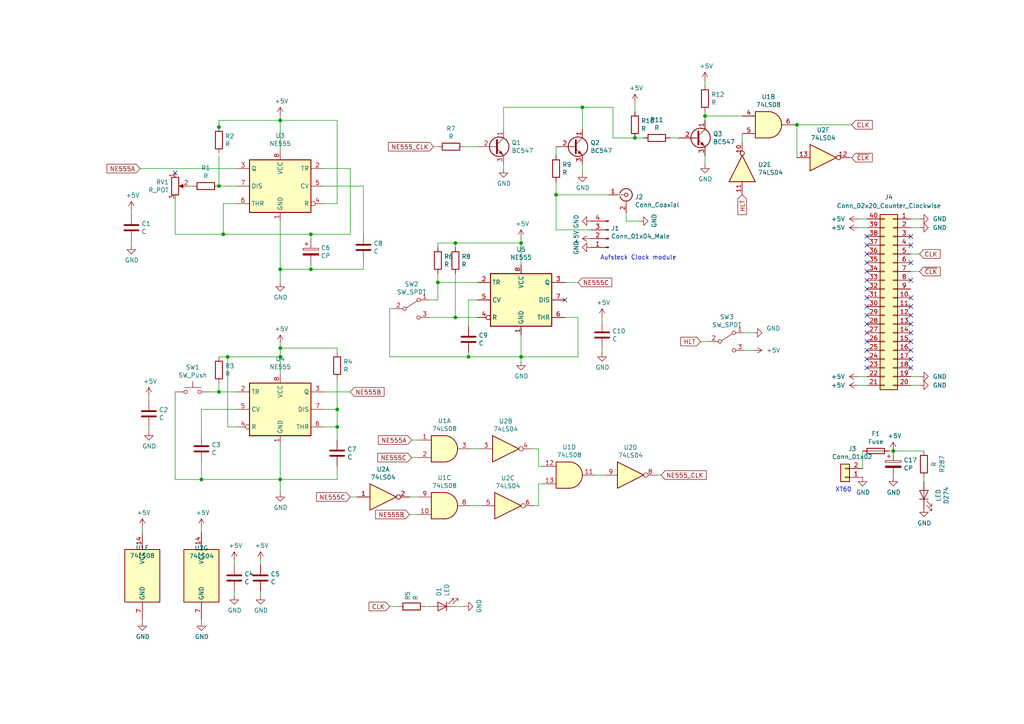
<source format=kicad_sch>
(kicad_sch (version 20200618) (host eeschema "(5.99.0-2101-geb1ff80d5)")
  (page 1 1)
  (paper "A4")
  (title_block (title "CLK_STDLN") (date "2020-11-08") (company "Leandro Ebner"))
  (lib_symbols
    (symbol "74xx:74LS04" (pin_names (offset 0.508))
      (property "Reference" "U" (at 0 1.27 0))
      (property "Value" "74LS04" (at 0 -1.27 0))
      (symbol "74LS04_1_0"
        (pin input line (at -7.62 0 0) (length 3.81) (name "~") (number "1"))
        (pin output inverted (at 7.62 0 180) (length 3.81) (name "~") (number "2"))
      )
      (symbol "74LS04_2_0"
        (pin input line (at -7.62 0 0) (length 3.81) (name "~") (number "3"))
        (pin output inverted (at 7.62 0 180) (length 3.81) (name "~") (number "4"))
      )
      (symbol "74LS04_3_0"
        (pin input line (at -7.62 0 0) (length 3.81) (name "~") (number "5"))
        (pin output inverted (at 7.62 0 180) (length 3.81) (name "~") (number "6"))
      )
      (symbol "74LS04_4_0"
        (pin output inverted (at 7.62 0 180) (length 3.81) (name "~") (number "8"))
        (pin input line (at -7.62 0 0) (length 3.81) (name "~") (number "9"))
      )
      (symbol "74LS04_5_0"
        (pin output inverted (at 7.62 0 180) (length 3.81) (name "~") (number "10"))
        (pin input line (at -7.62 0 0) (length 3.81) (name "~") (number "11"))
      )
      (symbol "74LS04_6_0"
        (pin output inverted (at 7.62 0 180) (length 3.81) (name "~") (number "12"))
        (pin input line (at -7.62 0 0) (length 3.81) (name "~") (number "13"))
      )
      (symbol "74LS04_7_0"
        (pin power_in line (at 0 12.7 270) (length 5.08) (name "VCC") (number "14"))
        (pin power_in line (at 0 -12.7 90) (length 5.08) (name "GND") (number "7"))
      )
    )
    (symbol "74xx:74LS08"
      (property "Reference" "U" (at 0 1.27 0))
      (property "Value" "74LS08" (at 0 -1.27 0))
      (symbol "74LS08_1_1"
        (pin input line (at -7.62 2.54 0) (length 3.81) (name "~") (number "1"))
        (pin input line (at -7.62 -2.54 0) (length 3.81) (name "~") (number "2"))
        (pin output line (at 7.62 0 180) (length 3.81) (name "~") (number "3"))
      )
      (symbol "74LS08_2_1"
        (pin input line (at -7.62 2.54 0) (length 3.81) (name "~") (number "4"))
        (pin input line (at -7.62 -2.54 0) (length 3.81) (name "~") (number "5"))
        (pin output line (at 7.62 0 180) (length 3.81) (name "~") (number "6"))
      )
      (symbol "74LS08_3_1"
        (pin input line (at -7.62 -2.54 0) (length 3.81) (name "~") (number "10"))
        (pin output line (at 7.62 0 180) (length 3.81) (name "~") (number "8"))
        (pin input line (at -7.62 2.54 0) (length 3.81) (name "~") (number "9"))
      )
      (symbol "74LS08_4_1"
        (pin output line (at 7.62 0 180) (length 3.81) (name "~") (number "11"))
        (pin input line (at -7.62 2.54 0) (length 3.81) (name "~") (number "12"))
        (pin input line (at -7.62 -2.54 0) (length 3.81) (name "~") (number "13"))
      )
      (symbol "74LS08_1_2"
        (pin input inverted (at -7.62 2.54 0) (length 4.318) (name "~") (number "1"))
        (pin input inverted (at -7.62 -2.54 0) (length 4.318) (name "~") (number "2"))
        (pin output inverted (at 7.62 0 180) (length 3.81) (name "~") (number "3"))
      )
      (symbol "74LS08_2_2"
        (pin input inverted (at -7.62 2.54 0) (length 4.318) (name "~") (number "4"))
        (pin input inverted (at -7.62 -2.54 0) (length 4.318) (name "~") (number "5"))
        (pin output inverted (at 7.62 0 180) (length 3.81) (name "~") (number "6"))
      )
      (symbol "74LS08_3_2"
        (pin input inverted (at -7.62 -2.54 0) (length 4.318) (name "~") (number "10"))
        (pin output inverted (at 7.62 0 180) (length 3.81) (name "~") (number "8"))
        (pin input inverted (at -7.62 2.54 0) (length 4.318) (name "~") (number "9"))
      )
      (symbol "74LS08_4_2"
        (pin output inverted (at 7.62 0 180) (length 3.81) (name "~") (number "11"))
        (pin input inverted (at -7.62 2.54 0) (length 4.318) (name "~") (number "12"))
        (pin input inverted (at -7.62 -2.54 0) (length 4.318) (name "~") (number "13"))
      )
      (symbol "74LS08_5_0"
        (pin power_in line (at 0 12.7 270) (length 5.08) (name "VCC") (number "14"))
        (pin power_in line (at 0 -12.7 90) (length 5.08) (name "GND") (number "7"))
      )
    )
    (symbol "Connector:Conn_01x04_Male" (pin_names hide)
      (property "Reference" "J" (at 0 5.08 0))
      (property "Value" "Conn_01x04_Male" (at 0 -7.62 0))
      (symbol "Conn_01x04_Male_1_1"
        (pin passive line (at 5.08 2.54 180) (length 3.81) (name "Pin_1") (number "1"))
        (pin passive line (at 5.08 0 180) (length 3.81) (name "Pin_2") (number "2"))
        (pin passive line (at 5.08 -2.54 180) (length 3.81) (name "Pin_3") (number "3"))
        (pin passive line (at 5.08 -5.08 180) (length 3.81) (name "Pin_4") (number "4"))
      )
    )
    (symbol "Connector:Conn_Coaxial" (pin_names hide)
      (property "Reference" "J" (at 0.254 3.048 0))
      (property "Value" "Conn_Coaxial" (at 2.921 0 90))
      (symbol "Conn_Coaxial_1_1"
        (pin passive line (at -5.08 0 0) (length 2.54) (name "In") (number "1"))
        (pin passive line (at 0 -5.08 90) (length 2.54) (name "Ext") (number "2"))
      )
    )
    (symbol "Connector_Generic:Conn_01x02" (pin_names hide)
      (property "Reference" "J" (at 0 2.54 0))
      (property "Value" "Conn_01x02" (at 0 -5.08 0))
      (symbol "Conn_01x02_1_1"
        (pin passive line (at -5.08 0 0) (length 3.81) (name "Pin_1") (number "1"))
        (pin passive line (at -5.08 -2.54 0) (length 3.81) (name "Pin_2") (number "2"))
      )
    )
    (symbol "Connector_Generic:Conn_02x20_Counter_Clockwise" (pin_names hide)
      (property "Reference" "J" (at 1.27 25.4 0))
      (property "Value" "Conn_02x20_Counter_Clockwise" (at 1.27 -27.94 0))
      (symbol "Conn_02x20_Counter_Clockwise_1_1"
        (pin passive line (at -5.08 22.86 0) (length 3.81) (name "Pin_1") (number "1"))
        (pin passive line (at -5.08 0 0) (length 3.81) (name "Pin_10") (number "10"))
        (pin passive line (at -5.08 -2.54 0) (length 3.81) (name "Pin_11") (number "11"))
        (pin passive line (at -5.08 -5.08 0) (length 3.81) (name "Pin_12") (number "12"))
        (pin passive line (at -5.08 -7.62 0) (length 3.81) (name "Pin_13") (number "13"))
        (pin passive line (at -5.08 -10.16 0) (length 3.81) (name "Pin_14") (number "14"))
        (pin passive line (at -5.08 -12.7 0) (length 3.81) (name "Pin_15") (number "15"))
        (pin passive line (at -5.08 -15.24 0) (length 3.81) (name "Pin_16") (number "16"))
        (pin passive line (at -5.08 -17.78 0) (length 3.81) (name "Pin_17") (number "17"))
        (pin passive line (at -5.08 -20.32 0) (length 3.81) (name "Pin_18") (number "18"))
        (pin passive line (at -5.08 -22.86 0) (length 3.81) (name "Pin_19") (number "19"))
        (pin passive line (at -5.08 20.32 0) (length 3.81) (name "Pin_2") (number "2"))
        (pin passive line (at -5.08 -25.4 0) (length 3.81) (name "Pin_20") (number "20"))
        (pin passive line (at 7.62 -25.4 180) (length 3.81) (name "Pin_21") (number "21"))
        (pin passive line (at 7.62 -22.86 180) (length 3.81) (name "Pin_22") (number "22"))
        (pin passive line (at 7.62 -20.32 180) (length 3.81) (name "Pin_23") (number "23"))
        (pin passive line (at 7.62 -17.78 180) (length 3.81) (name "Pin_24") (number "24"))
        (pin passive line (at 7.62 -15.24 180) (length 3.81) (name "Pin_25") (number "25"))
        (pin passive line (at 7.62 -12.7 180) (length 3.81) (name "Pin_26") (number "26"))
        (pin passive line (at 7.62 -10.16 180) (length 3.81) (name "Pin_27") (number "27"))
        (pin passive line (at 7.62 -7.62 180) (length 3.81) (name "Pin_28") (number "28"))
        (pin passive line (at 7.62 -5.08 180) (length 3.81) (name "Pin_29") (number "29"))
        (pin passive line (at -5.08 17.78 0) (length 3.81) (name "Pin_3") (number "3"))
        (pin passive line (at 7.62 -2.54 180) (length 3.81) (name "Pin_30") (number "30"))
        (pin passive line (at 7.62 0 180) (length 3.81) (name "Pin_31") (number "31"))
        (pin passive line (at 7.62 2.54 180) (length 3.81) (name "Pin_32") (number "32"))
        (pin passive line (at 7.62 5.08 180) (length 3.81) (name "Pin_33") (number "33"))
        (pin passive line (at 7.62 7.62 180) (length 3.81) (name "Pin_34") (number "34"))
        (pin passive line (at 7.62 10.16 180) (length 3.81) (name "Pin_35") (number "35"))
        (pin passive line (at 7.62 12.7 180) (length 3.81) (name "Pin_36") (number "36"))
        (pin passive line (at 7.62 15.24 180) (length 3.81) (name "Pin_37") (number "37"))
        (pin passive line (at 7.62 17.78 180) (length 3.81) (name "Pin_38") (number "38"))
        (pin passive line (at 7.62 20.32 180) (length 3.81) (name "Pin_39") (number "39"))
        (pin passive line (at -5.08 15.24 0) (length 3.81) (name "Pin_4") (number "4"))
        (pin passive line (at 7.62 22.86 180) (length 3.81) (name "Pin_40") (number "40"))
        (pin passive line (at -5.08 12.7 0) (length 3.81) (name "Pin_5") (number "5"))
        (pin passive line (at -5.08 10.16 0) (length 3.81) (name "Pin_6") (number "6"))
        (pin passive line (at -5.08 7.62 0) (length 3.81) (name "Pin_7") (number "7"))
        (pin passive line (at -5.08 5.08 0) (length 3.81) (name "Pin_8") (number "8"))
        (pin passive line (at -5.08 2.54 0) (length 3.81) (name "Pin_9") (number "9"))
      )
    )
    (symbol "Device:C" (pin_numbers hide) (pin_names (offset 0.254))
      (property "Reference" "C" (at 0.635 2.54 0))
      (property "Value" "C" (at 0.635 -2.54 0))
      (symbol "C_1_1"
        (pin passive line (at 0 3.81 270) (length 2.794) (name "~") (number "1"))
        (pin passive line (at 0 -3.81 90) (length 2.794) (name "~") (number "2"))
      )
    )
    (symbol "Device:CP" (pin_numbers hide) (pin_names (offset 0.254))
      (property "Reference" "C" (at 0.635 2.54 0))
      (property "Value" "CP" (at 0.635 -2.54 0))
      (symbol "CP_1_1"
        (pin passive line (at 0 3.81 270) (length 2.794) (name "~") (number "1"))
        (pin passive line (at 0 -3.81 90) (length 2.794) (name "~") (number "2"))
      )
    )
    (symbol "Device:Fuse" (pin_numbers hide) (pin_names (offset 0))
      (property "Reference" "F" (at 2.032 0 90))
      (property "Value" "Fuse" (at -1.905 0 90))
      (symbol "Fuse_1_1"
        (pin passive line (at 0 3.81 270) (length 1.27) (name "~") (number "1"))
        (pin passive line (at 0 -3.81 90) (length 1.27) (name "~") (number "2"))
      )
    )
    (symbol "Device:LED" (pin_numbers hide) (pin_names hide)
      (property "Reference" "D" (at 0 2.54 0))
      (property "Value" "LED" (at 0 -2.54 0))
      (symbol "LED_1_1"
        (pin passive line (at -3.81 0 0) (length 2.54) (name "K") (number "1"))
        (pin passive line (at 3.81 0 180) (length 2.54) (name "A") (number "2"))
      )
    )
    (symbol "Device:R" (pin_numbers hide) (pin_names (offset 0))
      (property "Reference" "R" (at 2.032 0 90))
      (property "Value" "R" (at 0 0 90))
      (symbol "R_1_1"
        (pin passive line (at 0 3.81 270) (length 1.27) (name "~") (number "1"))
        (pin passive line (at 0 -3.81 90) (length 1.27) (name "~") (number "2"))
      )
    )
    (symbol "Device:R_POT" (pin_names hide)
      (property "Reference" "RV" (at -4.445 0 90))
      (property "Value" "R_POT" (at -2.54 0 90))
      (symbol "R_POT_1_1"
        (pin passive line (at 0 3.81 270) (length 1.27) (name "1") (number "1"))
        (pin passive line (at 3.81 0 180) (length 1.27) (name "2") (number "2"))
        (pin passive line (at 0 -3.81 90) (length 1.27) (name "3") (number "3"))
      )
    )
    (symbol "Switch:SW_Push" (pin_numbers hide) (pin_names hide)
      (property "Reference" "SW" (at 1.27 2.54 0))
      (property "Value" "SW_Push" (at 0 -1.524 0))
      (symbol "SW_Push_0_1"
        (pin passive line (at -5.08 0 0) (length 2.54) (name "1") (number "1"))
        (pin passive line (at 5.08 0 180) (length 2.54) (name "2") (number "2"))
      )
    )
    (symbol "Switch:SW_SPDT" (pin_names (offset 0) hide)
      (property "Reference" "SW" (at 0 4.318 0))
      (property "Value" "SW_SPDT" (at 0 -5.08 0))
      (symbol "SW_SPDT_1_1"
        (pin passive line (at 5.08 2.54 180) (length 2.54) (name "A") (number "1"))
        (pin passive line (at -5.08 0 0) (length 2.54) (name "B") (number "2"))
        (pin passive line (at 5.08 -2.54 180) (length 2.54) (name "C") (number "3"))
      )
    )
    (symbol "Timer:NE555" (pin_names (offset 0.508))
      (property "Reference" "U" (at -10.16 8.89 0))
      (property "Value" "NE555" (at 2.54 8.89 0))
      (symbol "NE555_0_0"
        (pin power_in line (at 0 -10.16 90) (length 2.54) (name "GND") (number "1"))
        (pin power_in line (at 0 10.16 270) (length 2.54) (name "VCC") (number "8"))
      )
      (symbol "NE555_1_1"
        (pin input line (at -12.7 5.08 0) (length 3.81) (name "TR") (number "2"))
        (pin output line (at 12.7 5.08 180) (length 3.81) (name "Q") (number "3"))
        (pin input inverted (at -12.7 -5.08 0) (length 3.81) (name "R") (number "4"))
        (pin input line (at -12.7 0 0) (length 3.81) (name "CV") (number "5"))
        (pin input line (at 12.7 -5.08 180) (length 3.81) (name "THR") (number "6"))
        (pin input line (at 12.7 0 180) (length 3.81) (name "DIS") (number "7"))
      )
    )
    (symbol "Transistor_BJT:BC547" (pin_names (offset 0) hide)
      (property "Reference" "Q" (at 5.08 1.905 0))
      (property "Value" "BC547" (at 5.08 0 0))
      (symbol "BC547_1_1"
        (pin passive line (at 2.54 5.08 270) (length 2.54) (name "C") (number "1"))
        (pin input line (at -5.08 0 0) (length 5.08) (name "B") (number "2"))
        (pin passive line (at 2.54 -5.08 90) (length 2.54) (name "E") (number "3"))
      )
    )
    (symbol "power:+5V" (power) (pin_names (offset 0))
      (property "Value" "+5V" (at 0 3.556 0))
      (symbol "+5V_1_1"
        (pin power_in line (at 0 0 90) (length 0) hide (name "+5V") (number "1"))
      )
    )
    (symbol "power:GND" (power) (pin_names (offset 0))
      (property "Value" "GND" (at 0 -3.81 0))
      (symbol "GND_1_1"
        (pin power_in line (at 0 0 270) (length 0) hide (name "GND") (number "1"))
      )
    )
  )
  (junction (at 58.42 139.065))
  (junction (at 63.5 36.83))
  (junction (at 63.5 53.975))
  (junction (at 63.5 113.665))
  (junction (at 64.77 67.945))
  (junction (at 66.04 103.505))
  (junction (at 81.28 34.925))
  (junction (at 81.28 78.105))
  (junction (at 81.28 100.965))
  (junction (at 81.28 103.505))
  (junction (at 81.28 139.065))
  (junction (at 90.17 67.945))
  (junction (at 90.17 78.105))
  (junction (at 97.79 118.745))
  (junction (at 97.79 123.825))
  (junction (at 127 81.915))
  (junction (at 132.08 70.485))
  (junction (at 132.08 92.075))
  (junction (at 135.89 103.505))
  (junction (at 151.13 70.485))
  (junction (at 151.13 103.505))
  (junction (at 161.29 56.515))
  (junction (at 168.91 31.115))
  (junction (at 184.15 40.005))
  (junction (at 204.47 33.655))
  (junction (at 231.14 36.195))
  (junction (at 259.08 130.81))
  (no_connect (at 251.46 73.66))
  (no_connect (at 251.46 104.14))
  (no_connect (at 264.16 106.68))
  (no_connect (at 251.46 96.52))
  (no_connect (at 251.46 86.36))
  (no_connect (at 50.8 50.165))
  (no_connect (at 251.46 76.2))
  (no_connect (at 264.16 76.2))
  (no_connect (at 251.46 68.58))
  (no_connect (at 264.16 101.6))
  (no_connect (at 264.16 93.98))
  (no_connect (at 264.16 86.36))
  (no_connect (at 264.16 91.44))
  (no_connect (at 251.46 71.12))
  (no_connect (at 251.46 99.06))
  (no_connect (at 264.16 81.28))
  (no_connect (at 251.46 88.9))
  (no_connect (at 264.16 104.14))
  (no_connect (at 264.16 96.52))
  (no_connect (at 264.16 71.12))
  (no_connect (at 163.83 86.995))
  (no_connect (at 264.16 68.58))
  (no_connect (at 251.46 91.44))
  (no_connect (at 251.46 93.98))
  (no_connect (at 251.46 101.6))
  (no_connect (at 251.46 83.82))
  (no_connect (at 251.46 78.74))
  (no_connect (at 264.16 88.9))
  (no_connect (at 251.46 81.28))
  (no_connect (at 251.46 106.68))
  (no_connect (at 264.16 99.06))
  (wire (pts (xy 38.1 60.96) (xy 38.1 62.23)))
  (wire (pts (xy 38.1 69.85) (xy 38.1 71.12)))
  (wire (pts (xy 40.64 48.895) (xy 68.58 48.895)))
  (wire (pts (xy 41.275 153.035) (xy 41.275 154.305)))
  (wire (pts (xy 41.275 179.705) (xy 41.275 180.34)))
  (wire (pts (xy 43.18 114.935) (xy 43.18 116.205)))
  (wire (pts (xy 43.18 123.825) (xy 43.18 125.095)))
  (wire (pts (xy 50.8 57.785) (xy 50.8 67.945)))
  (wire (pts (xy 50.8 113.665) (xy 50.8 139.065)))
  (wire (pts (xy 50.8 139.065) (xy 58.42 139.065)))
  (wire (pts (xy 54.61 53.975) (xy 55.88 53.975)))
  (wire (pts (xy 58.42 118.745) (xy 68.58 118.745)))
  (wire (pts (xy 58.42 126.365) (xy 58.42 118.745)))
  (wire (pts (xy 58.42 133.985) (xy 58.42 139.065)))
  (wire (pts (xy 58.42 139.065) (xy 81.28 139.065)))
  (wire (pts (xy 58.42 153.035) (xy 58.42 154.305)))
  (wire (pts (xy 58.42 179.705) (xy 58.42 180.34)))
  (wire (pts (xy 60.96 113.665) (xy 63.5 113.665)))
  (wire (pts (xy 63.5 34.925) (xy 81.28 34.925)))
  (wire (pts (xy 63.5 36.83) (xy 63.5 34.925)))
  (wire (pts (xy 63.5 37.465) (xy 63.5 36.83)))
  (wire (pts (xy 63.5 53.975) (xy 63.5 45.085)))
  (wire (pts (xy 63.5 53.975) (xy 68.58 53.975)))
  (wire (pts (xy 63.5 111.125) (xy 63.5 113.665)))
  (wire (pts (xy 63.5 113.665) (xy 68.58 113.665)))
  (wire (pts (xy 64.77 59.055) (xy 68.58 59.055)))
  (wire (pts (xy 64.77 67.945) (xy 50.8 67.945)))
  (wire (pts (xy 64.77 67.945) (xy 64.77 59.055)))
  (wire (pts (xy 66.04 103.505) (xy 63.5 103.505)))
  (wire (pts (xy 66.04 103.505) (xy 81.28 103.505)))
  (wire (pts (xy 66.04 123.825) (xy 66.04 103.505)))
  (wire (pts (xy 67.945 162.56) (xy 67.945 163.83)))
  (wire (pts (xy 67.945 171.45) (xy 67.945 172.72)))
  (wire (pts (xy 68.58 123.825) (xy 66.04 123.825)))
  (wire (pts (xy 75.565 162.56) (xy 75.565 163.83)))
  (wire (pts (xy 75.565 171.45) (xy 75.565 172.72)))
  (wire (pts (xy 81.28 33.655) (xy 81.28 34.925)))
  (wire (pts (xy 81.28 34.925) (xy 81.28 43.815)))
  (wire (pts (xy 81.28 34.925) (xy 97.79 34.925)))
  (wire (pts (xy 81.28 64.135) (xy 81.28 78.105)))
  (wire (pts (xy 81.28 78.105) (xy 81.28 81.915)))
  (wire (pts (xy 81.28 99.695) (xy 81.28 100.965)))
  (wire (pts (xy 81.28 100.965) (xy 81.28 103.505)))
  (wire (pts (xy 81.28 100.965) (xy 97.79 100.965)))
  (wire (pts (xy 81.28 103.505) (xy 81.28 108.585)))
  (wire (pts (xy 81.28 128.905) (xy 81.28 139.065)))
  (wire (pts (xy 81.28 139.065) (xy 81.28 142.875)))
  (wire (pts (xy 81.28 139.065) (xy 97.79 139.065)))
  (wire (pts (xy 90.17 67.945) (xy 64.77 67.945)))
  (wire (pts (xy 90.17 67.945) (xy 90.17 69.215)))
  (wire (pts (xy 90.17 76.835) (xy 90.17 78.105)))
  (wire (pts (xy 90.17 78.105) (xy 81.28 78.105)))
  (wire (pts (xy 93.98 48.895) (xy 101.6 48.895)))
  (wire (pts (xy 93.98 53.975) (xy 105.41 53.975)))
  (wire (pts (xy 93.98 113.665) (xy 101.6 113.665)))
  (wire (pts (xy 93.98 123.825) (xy 97.79 123.825)))
  (wire (pts (xy 97.79 34.925) (xy 97.79 59.055)))
  (wire (pts (xy 97.79 59.055) (xy 93.98 59.055)))
  (wire (pts (xy 97.79 100.965) (xy 97.79 102.235)))
  (wire (pts (xy 97.79 109.855) (xy 97.79 118.745)))
  (wire (pts (xy 97.79 118.745) (xy 93.98 118.745)))
  (wire (pts (xy 97.79 123.825) (xy 97.79 118.745)))
  (wire (pts (xy 97.79 123.825) (xy 97.79 127.635)))
  (wire (pts (xy 97.79 135.255) (xy 97.79 139.065)))
  (wire (pts (xy 101.6 48.895) (xy 101.6 67.945)))
  (wire (pts (xy 101.6 67.945) (xy 90.17 67.945)))
  (wire (pts (xy 101.6 144.145) (xy 103.505 144.145)))
  (wire (pts (xy 105.41 53.975) (xy 105.41 67.945)))
  (wire (pts (xy 105.41 75.565) (xy 105.41 78.105)))
  (wire (pts (xy 105.41 78.105) (xy 90.17 78.105)))
  (wire (pts (xy 113.03 89.535) (xy 113.03 103.505)))
  (wire (pts (xy 113.03 103.505) (xy 135.89 103.505)))
  (wire (pts (xy 113.03 175.895) (xy 115.57 175.895)))
  (wire (pts (xy 114.3 89.535) (xy 113.03 89.535)))
  (wire (pts (xy 118.745 144.145) (xy 121.285 144.145)))
  (wire (pts (xy 118.745 149.225) (xy 121.285 149.225)))
  (wire (pts (xy 119.38 127.635) (xy 121.285 127.635)))
  (wire (pts (xy 119.38 132.715) (xy 121.285 132.715)))
  (wire (pts (xy 123.19 175.895) (xy 124.46 175.895)))
  (wire (pts (xy 124.46 86.995) (xy 127 86.995)))
  (wire (pts (xy 124.46 92.075) (xy 132.08 92.075)))
  (wire (pts (xy 125.73 42.545) (xy 127 42.545)))
  (wire (pts (xy 127 70.485) (xy 132.08 70.485)))
  (wire (pts (xy 127 71.755) (xy 127 70.485)))
  (wire (pts (xy 127 79.375) (xy 127 81.915)))
  (wire (pts (xy 127 81.915) (xy 127 86.995)))
  (wire (pts (xy 127 81.915) (xy 138.43 81.915)))
  (wire (pts (xy 132.08 70.485) (xy 132.08 71.755)))
  (wire (pts (xy 132.08 70.485) (xy 151.13 70.485)))
  (wire (pts (xy 132.08 79.375) (xy 132.08 92.075)))
  (wire (pts (xy 132.08 92.075) (xy 138.43 92.075)))
  (wire (pts (xy 132.08 175.895) (xy 134.62 175.895)))
  (wire (pts (xy 134.62 42.545) (xy 138.43 42.545)))
  (wire (pts (xy 135.89 86.995) (xy 135.89 94.615)))
  (wire (pts (xy 135.89 102.235) (xy 135.89 103.505)))
  (wire (pts (xy 135.89 103.505) (xy 151.13 103.505)))
  (wire (pts (xy 136.525 130.175) (xy 139.065 130.175)))
  (wire (pts (xy 136.525 146.685) (xy 139.7 146.685)))
  (wire (pts (xy 138.43 86.995) (xy 135.89 86.995)))
  (wire (pts (xy 146.05 31.115) (xy 168.91 31.115)))
  (wire (pts (xy 146.05 37.465) (xy 146.05 31.115)))
  (wire (pts (xy 146.05 47.625) (xy 146.05 48.895)))
  (wire (pts (xy 151.13 69.215) (xy 151.13 70.485)))
  (wire (pts (xy 151.13 70.485) (xy 151.13 76.835)))
  (wire (pts (xy 151.13 97.155) (xy 151.13 103.505)))
  (wire (pts (xy 151.13 103.505) (xy 151.13 104.775)))
  (wire (pts (xy 154.305 130.175) (xy 156.21 130.175)))
  (wire (pts (xy 154.94 146.685) (xy 156.21 146.685)))
  (wire (pts (xy 156.21 130.175) (xy 156.21 135.255)))
  (wire (pts (xy 156.21 135.255) (xy 157.48 135.255)))
  (wire (pts (xy 156.21 140.335) (xy 157.48 140.335)))
  (wire (pts (xy 156.21 146.685) (xy 156.21 140.335)))
  (wire (pts (xy 161.29 42.545) (xy 161.29 45.085)))
  (wire (pts (xy 161.29 52.705) (xy 161.29 56.515)))
  (wire (pts (xy 161.29 56.515) (xy 161.29 66.675)))
  (wire (pts (xy 161.29 56.515) (xy 176.53 56.515)))
  (wire (pts (xy 161.29 66.675) (xy 171.45 66.675)))
  (wire (pts (xy 163.83 81.915) (xy 167.64 81.915)))
  (wire (pts (xy 163.83 92.075) (xy 167.64 92.075)))
  (wire (pts (xy 167.64 92.075) (xy 167.64 103.505)))
  (wire (pts (xy 167.64 103.505) (xy 151.13 103.505)))
  (wire (pts (xy 168.91 31.115) (xy 168.91 37.465)))
  (wire (pts (xy 168.91 31.115) (xy 177.8 31.115)))
  (wire (pts (xy 168.91 47.625) (xy 168.91 50.165)))
  (wire (pts (xy 172.72 137.795) (xy 175.26 137.795)))
  (wire (pts (xy 174.625 92.075) (xy 174.625 93.345)))
  (wire (pts (xy 174.625 100.965) (xy 174.625 102.235)))
  (wire (pts (xy 177.8 31.115) (xy 177.8 40.005)))
  (wire (pts (xy 177.8 40.005) (xy 184.15 40.005)))
  (wire (pts (xy 181.61 61.595) (xy 181.61 64.135)))
  (wire (pts (xy 181.61 64.135) (xy 185.42 64.135)))
  (wire (pts (xy 184.15 29.845) (xy 184.15 32.385)))
  (wire (pts (xy 184.15 40.005) (xy 186.69 40.005)))
  (wire (pts (xy 190.5 137.795) (xy 191.77 137.795)))
  (wire (pts (xy 194.31 40.005) (xy 196.85 40.005)))
  (wire (pts (xy 203.2 99.06) (xy 205.74 99.06)))
  (wire (pts (xy 204.47 23.495) (xy 204.47 24.765)))
  (wire (pts (xy 204.47 32.385) (xy 204.47 33.655)))
  (wire (pts (xy 204.47 33.655) (xy 204.47 34.925)))
  (wire (pts (xy 204.47 33.655) (xy 215.265 33.655)))
  (wire (pts (xy 204.47 45.085) (xy 204.47 47.625)))
  (wire (pts (xy 215.265 38.735) (xy 215.265 41.275)))
  (wire (pts (xy 215.9 96.52) (xy 218.44 96.52)))
  (wire (pts (xy 215.9 101.6) (xy 218.44 101.6)))
  (wire (pts (xy 231.14 36.195) (xy 230.505 36.195)))
  (wire (pts (xy 231.14 36.195) (xy 247.015 36.195)))
  (wire (pts (xy 231.14 45.72) (xy 231.14 36.195)))
  (wire (pts (xy 246.38 45.72) (xy 247.015 45.72)))
  (wire (pts (xy 250.19 130.81) (xy 250.19 135.89)))
  (wire (pts (xy 251.46 63.5) (xy 248.92 63.5)))
  (wire (pts (xy 251.46 66.04) (xy 248.92 66.04)))
  (wire (pts (xy 251.46 109.22) (xy 248.92 109.22)))
  (wire (pts (xy 251.46 111.76) (xy 248.92 111.76)))
  (wire (pts (xy 257.81 130.81) (xy 259.08 130.81)))
  (wire (pts (xy 259.08 130.81) (xy 267.97 130.81)))
  (wire (pts (xy 264.16 73.66) (xy 266.7 73.66)))
  (wire (pts (xy 264.16 78.74) (xy 266.7 78.74)))
  (wire (pts (xy 266.7 63.5) (xy 264.16 63.5)))
  (wire (pts (xy 266.7 66.04) (xy 264.16 66.04)))
  (wire (pts (xy 266.7 109.22) (xy 264.16 109.22)))
  (wire (pts (xy 266.7 111.76) (xy 264.16 111.76)))
  (wire (pts (xy 267.97 139.7) (xy 267.97 138.43)))
  (text "Aufsteck Clock module" (at 196.215 75.565 180) (effects (font (size 1.27 1.27)) (justify right bottom)))
  (text "XT60\n" (at 247.015 142.875 180) (effects (font (size 1.27 1.27)) (justify right bottom)))
  (global_label "NE555A" (shape input) (at 40.64 48.895 180))
  (global_label "NE555B" (shape input) (at 101.6 113.665 0))
  (global_label "NE555C" (shape input) (at 101.6 144.145 180))
  (global_label "CLK" (shape input) (at 113.03 175.895 180))
  (global_label "NE555B" (shape input) (at 118.745 149.225 180))
  (global_label "NE555A" (shape input) (at 119.38 127.635 180))
  (global_label "NE555C" (shape input) (at 119.38 132.715 180))
  (global_label "NE555_CLK" (shape input) (at 125.73 42.545 180))
  (global_label "NE555C" (shape input) (at 167.64 81.915 0))
  (global_label "NE555_CLK" (shape input) (at 191.77 137.795 0))
  (global_label "HLT" (shape input) (at 203.2 99.06 180))
  (global_label "HLT" (shape input) (at 215.265 56.515 270))
  (global_label "CLK" (shape input) (at 247.015 36.195 0))
  (global_label "~CLK" (shape input) (at 247.015 45.72 0))
  (global_label "CLK" (shape input) (at 266.7 73.66 0))
  (global_label "~CLK" (shape input) (at 266.7 78.74 0))
  (symbol (lib_id "power:+5V") (at 38.1 60.96 0) (unit 1)
    (property "Reference" "#PWR0103" (effects hide))
    (property "Value" "+5V" (at 38.4683 56.6356 0))
  )
  (symbol (lib_id "power:+5V") (at 41.275 153.035 0) (unit 1)
    (property "Reference" "#PWR0108" (effects hide))
    (property "Value" "+5V" (at 41.6433 148.7106 0))
  )
  (symbol (lib_id "power:+5V") (at 43.18 114.935 0) (unit 1)
    (property "Reference" "#PWR0102" (effects hide))
    (property "Value" "+5V" (at 43.5483 110.6106 0))
  )
  (symbol (lib_id "power:+5V") (at 58.42 153.035 0) (unit 1)
    (property "Reference" "#PWR0107" (effects hide))
    (property "Value" "+5V" (at 58.7883 148.7106 0))
  )
  (symbol (lib_id "power:+5V") (at 67.945 162.56 0) (unit 1)
    (property "Reference" "#PWR0111" (effects hide))
    (property "Value" "+5V" (at 68.3133 158.2356 0))
  )
  (symbol (lib_id "power:+5V") (at 75.565 162.56 0) (unit 1)
    (property "Reference" "#PWR0110" (effects hide))
    (property "Value" "+5V" (at 75.9333 158.2356 0))
  )
  (symbol (lib_id "power:+5V") (at 81.28 33.655 0) (unit 1)
    (property "Reference" "#PWR0116" (effects hide))
    (property "Value" "+5V" (at 81.6483 29.3306 0))
  )
  (symbol (lib_id "power:+5V") (at 81.28 99.695 0) (unit 1)
    (property "Reference" "#PWR0104" (effects hide))
    (property "Value" "+5V" (at 81.6483 95.3706 0))
  )
  (symbol (lib_id "power:+5V") (at 151.13 69.215 0) (unit 1)
    (property "Reference" "#PWR0137" (effects hide))
    (property "Value" "+5V" (at 151.4983 64.8906 0))
  )
  (symbol (lib_id "power:+5V") (at 171.45 69.215 90) (unit 1)
    (property "Reference" "#PWR0123" (effects hide))
    (property "Value" "+5V" (at 167.1256 68.8467 0))
  )
  (symbol (lib_id "power:+5V") (at 174.625 92.075 0) (unit 1)
    (property "Reference" "#PWR0138" (effects hide))
    (property "Value" "+5V" (at 174.9933 87.7506 0))
  )
  (symbol (lib_id "power:+5V") (at 184.15 29.845 0) (unit 1)
    (property "Reference" "#PWR0120" (effects hide))
    (property "Value" "+5V" (at 184.5183 25.5206 0))
  )
  (symbol (lib_id "power:+5V") (at 204.47 23.495 0) (unit 1)
    (property "Reference" "#PWR0121" (effects hide))
    (property "Value" "+5V" (at 204.8383 19.1706 0))
  )
  (symbol (lib_id "power:+5V") (at 218.44 101.6 270) (unit 1)
    (property "Reference" "#PWR0118" (effects hide))
    (property "Value" "+5V" (at 222.25 101.6 90) (effects (justify left)))
  )
  (symbol (lib_id "power:+5V") (at 248.92 63.5 90) (mirror x) (unit 1)
    (property "Reference" "#PWR0129" (effects hide))
    (property "Value" "+5V" (at 245.11 63.5 90) (effects (justify left)))
  )
  (symbol (lib_id "power:+5V") (at 248.92 66.04 90) (mirror x) (unit 1)
    (property "Reference" "#PWR0128" (effects hide))
    (property "Value" "+5V" (at 245.11 66.04 90) (effects (justify left)))
  )
  (symbol (lib_id "power:+5V") (at 248.92 109.22 90) (mirror x) (unit 1)
    (property "Reference" "#PWR0133" (effects hide))
    (property "Value" "+5V" (at 245.11 109.22 90) (effects (justify left)))
  )
  (symbol (lib_id "power:+5V") (at 248.92 111.76 90) (mirror x) (unit 1)
    (property "Reference" "#PWR0134" (effects hide))
    (property "Value" "+5V" (at 245.11 111.76 90) (effects (justify left)))
  )
  (symbol (lib_id "power:+5V") (at 259.08 130.81 0) (unit 1)
    (property "Reference" "#PWR0361" (effects hide))
    (property "Value" "+5V" (at 259.461 126.4158 0))
  )
  (symbol (lib_id "power:GND") (at 38.1 71.12 0) (unit 1)
    (property "Reference" "#PWR0101" (effects hide))
    (property "Value" "GND" (at 38.2143 75.4444 0))
  )
  (symbol (lib_id "power:GND") (at 41.275 180.34 0) (unit 1)
    (property "Reference" "#PWR0112" (effects hide))
    (property "Value" "GND" (at 41.3893 184.6644 0))
  )
  (symbol (lib_id "power:GND") (at 43.18 125.095 0) (unit 1)
    (property "Reference" "#PWR0106" (effects hide))
    (property "Value" "GND" (at 43.2943 129.4194 0))
  )
  (symbol (lib_id "power:GND") (at 58.42 180.34 0) (unit 1)
    (property "Reference" "#PWR0113" (effects hide))
    (property "Value" "GND" (at 58.5343 184.6644 0))
  )
  (symbol (lib_id "power:GND") (at 67.945 172.72 0) (unit 1)
    (property "Reference" "#PWR0115" (effects hide))
    (property "Value" "GND" (at 68.0593 177.0444 0))
  )
  (symbol (lib_id "power:GND") (at 75.565 172.72 0) (unit 1)
    (property "Reference" "#PWR0114" (effects hide))
    (property "Value" "GND" (at 75.6793 177.0444 0))
  )
  (symbol (lib_id "power:GND") (at 81.28 81.915 0) (unit 1)
    (property "Reference" "#PWR0105" (effects hide))
    (property "Value" "GND" (at 81.3943 86.2394 0))
  )
  (symbol (lib_id "power:GND") (at 81.28 142.875 0) (unit 1)
    (property "Reference" "#PWR0109" (effects hide))
    (property "Value" "GND" (at 81.3943 147.1994 0))
  )
  (symbol (lib_id "power:GND") (at 134.62 175.895 90) (unit 1)
    (property "Reference" "#PWR0117" (effects hide))
    (property "Value" "GND" (at 138.9444 175.7807 0))
  )
  (symbol (lib_id "power:GND") (at 146.05 48.895 0) (unit 1)
    (property "Reference" "#PWR0136" (effects hide))
    (property "Value" "GND" (at 146.1643 53.2194 0))
  )
  (symbol (lib_id "power:GND") (at 151.13 104.775 0) (unit 1)
    (property "Reference" "#PWR0140" (effects hide))
    (property "Value" "GND" (at 151.2443 109.0994 0))
  )
  (symbol (lib_id "power:GND") (at 168.91 50.165 0) (unit 1)
    (property "Reference" "#PWR0122" (effects hide))
    (property "Value" "GND" (at 169.0243 54.4894 0))
  )
  (symbol (lib_id "power:GND") (at 171.45 64.135 270) (unit 1)
    (property "Reference" "#PWR0124" (effects hide))
    (property "Value" "GND" (at 167.1256 64.2493 0))
  )
  (symbol (lib_id "power:GND") (at 171.45 71.755 270) (unit 1)
    (property "Reference" "#PWR0125" (effects hide))
    (property "Value" "GND" (at 167.1256 71.8693 0))
  )
  (symbol (lib_id "power:GND") (at 174.625 102.235 0) (unit 1)
    (property "Reference" "#PWR0139" (effects hide))
    (property "Value" "GND" (at 174.7393 106.5594 0))
  )
  (symbol (lib_id "power:GND") (at 185.42 64.135 90) (unit 1)
    (property "Reference" "#PWR0126" (effects hide))
    (property "Value" "GND" (at 189.7444 64.0207 0))
  )
  (symbol (lib_id "power:GND") (at 204.47 47.625 0) (unit 1)
    (property "Reference" "#PWR0127" (effects hide))
    (property "Value" "GND" (at 204.5843 51.9494 0))
  )
  (symbol (lib_id "power:GND") (at 218.44 96.52 90) (unit 1)
    (property "Reference" "#PWR0119" (effects hide))
    (property "Value" "GND" (at 222.25 95.25 90) (effects (justify right)))
  )
  (symbol (lib_id "power:GND") (at 250.19 138.43 0) (unit 1)
    (property "Reference" "#PWR0362" (effects hide))
    (property "Value" "GND" (at 250.317 142.8242 0))
  )
  (symbol (lib_id "power:GND") (at 259.08 138.43 0) (unit 1)
    (property "Reference" "#PWR0363" (effects hide))
    (property "Value" "GND" (at 259.207 142.8242 0))
  )
  (symbol (lib_id "power:GND") (at 266.7 63.5 90) (mirror x) (unit 1)
    (property "Reference" "#PWR0130" (effects hide))
    (property "Value" "GND" (at 270.51 63.5 90) (effects (justify right)))
  )
  (symbol (lib_id "power:GND") (at 266.7 66.04 90) (mirror x) (unit 1)
    (property "Reference" "#PWR0131" (effects hide))
    (property "Value" "GND" (at 270.51 66.04 90) (effects (justify right)))
  )
  (symbol (lib_id "power:GND") (at 266.7 109.22 90) (mirror x) (unit 1)
    (property "Reference" "#PWR0132" (effects hide))
    (property "Value" "GND" (at 270.51 109.22 90) (effects (justify right)))
  )
  (symbol (lib_id "power:GND") (at 266.7 111.76 90) (mirror x) (unit 1)
    (property "Reference" "#PWR0135" (effects hide))
    (property "Value" "GND" (at 270.51 111.76 90) (effects (justify right)))
  )
  (symbol (lib_id "power:GND") (at 267.97 147.32 0) (unit 1)
    (property "Reference" "#PWR0446" (effects hide))
    (property "Value" "GND" (at 268.097 151.7142 0))
  )
  (symbol (lib_id "Device:Fuse") (at 254 130.81 90) (unit 1)
    (property "Reference" "F1" (at 254 125.8062 90))
    (property "Value" "Fuse" (at 254 128.1176 90))
    (property "Footprint" "Fuse:Fuseholder_Cylinder-5x20mm_Stelvio-Kontek_PTF78_Horizontal_Open" (effects hide))
  )
  (symbol (lib_id "Device:R") (at 59.69 53.975 90) (unit 1)
    (property "Reference" "R1" (at 59.69 48.7488 90))
    (property "Value" "R" (at 59.69 51.0475 90))
    (property "Footprint" "Resistor_SMD:R_0805_2012Metric_Pad1.15x1.40mm_HandSolder" (effects hide))
  )
  (symbol (lib_id "Device:R") (at 63.5 40.64 0) (unit 1)
    (property "Reference" "R2" (at 65.2781 39.4906 0) (effects (justify left)))
    (property "Value" "R" (at 65.2781 41.7893 0) (effects (justify left)))
    (property "Footprint" "Resistor_SMD:R_0805_2012Metric_Pad1.15x1.40mm_HandSolder" (effects hide))
  )
  (symbol (lib_id "Device:R") (at 63.5 107.315 0) (unit 1)
    (property "Reference" "R3" (at 65.2781 106.1656 0) (effects (justify left)))
    (property "Value" "R" (at 65.2781 108.4643 0) (effects (justify left)))
    (property "Footprint" "Resistor_SMD:R_0805_2012Metric_Pad1.15x1.40mm_HandSolder" (effects hide))
  )
  (symbol (lib_id "Device:R") (at 97.79 106.045 0) (unit 1)
    (property "Reference" "R4" (at 99.5681 104.8956 0) (effects (justify left)))
    (property "Value" "R" (at 99.5681 107.1943 0) (effects (justify left)))
    (property "Footprint" "Resistor_SMD:R_0805_2012Metric_Pad1.15x1.40mm_HandSolder" (effects hide))
  )
  (symbol (lib_id "Device:R") (at 119.38 175.895 90) (unit 1)
    (property "Reference" "R5" (at 118.2306 174.1169 0) (effects (justify left)))
    (property "Value" "R" (at 120.5293 174.1169 0) (effects (justify left)))
    (property "Footprint" "Resistor_SMD:R_0805_2012Metric_Pad1.15x1.40mm_HandSolder" (effects hide))
  )
  (symbol (lib_id "Device:R") (at 127 75.565 0) (unit 1)
    (property "Reference" "R6" (at 128.7781 74.4156 0) (effects (justify left)))
    (property "Value" "R" (at 128.7781 76.7143 0) (effects (justify left)))
    (property "Footprint" "Resistor_SMD:R_0805_2012Metric_Pad1.15x1.40mm_HandSolder" (effects hide))
  )
  (symbol (lib_id "Device:R") (at 130.81 42.545 90) (unit 1)
    (property "Reference" "R7" (at 130.81 37.3188 90))
    (property "Value" "R" (at 130.81 39.6175 90))
    (property "Footprint" "Resistor_SMD:R_0805_2012Metric_Pad1.15x1.40mm_HandSolder" (effects hide))
  )
  (symbol (lib_id "Device:R") (at 132.08 75.565 0) (unit 1)
    (property "Reference" "R8" (at 133.8581 74.4156 0) (effects (justify left)))
    (property "Value" "R" (at 133.8581 76.7143 0) (effects (justify left)))
    (property "Footprint" "Resistor_SMD:R_0805_2012Metric_Pad1.15x1.40mm_HandSolder" (effects hide))
  )
  (symbol (lib_id "Device:R") (at 161.29 48.895 0) (unit 1)
    (property "Reference" "R9" (at 163.0681 47.7456 0) (effects (justify left)))
    (property "Value" "R" (at 163.0681 50.0443 0) (effects (justify left)))
    (property "Footprint" "Resistor_SMD:R_0805_2012Metric_Pad1.15x1.40mm_HandSolder" (effects hide))
  )
  (symbol (lib_id "Device:R") (at 184.15 36.195 0) (unit 1)
    (property "Reference" "R10" (at 185.9281 35.0456 0) (effects (justify left)))
    (property "Value" "R" (at 185.9281 37.3443 0) (effects (justify left)))
    (property "Footprint" "Resistor_SMD:R_0805_2012Metric_Pad1.15x1.40mm_HandSolder" (effects hide))
  )
  (symbol (lib_id "Device:R") (at 190.5 40.005 90) (unit 1)
    (property "Reference" "R11" (at 190.5 34.7788 90))
    (property "Value" "R" (at 190.5 37.0775 90))
    (property "Footprint" "Resistor_SMD:R_0805_2012Metric_Pad1.15x1.40mm_HandSolder" (effects hide))
  )
  (symbol (lib_id "Device:R") (at 204.47 28.575 0) (unit 1)
    (property "Reference" "R12" (at 206.2481 27.4256 0) (effects (justify left)))
    (property "Value" "R" (at 206.2481 29.7243 0) (effects (justify left)))
    (property "Footprint" "Resistor_SMD:R_0805_2012Metric_Pad1.15x1.40mm_HandSolder" (effects hide))
  )
  (symbol (lib_id "Device:R") (at 267.97 134.62 180) (unit 1)
    (property "Reference" "R287" (at 273.2278 134.62 90))
    (property "Value" "R" (at 270.9164 134.62 90))
    (property "Footprint" "Resistor_SMD:R_0805_2012Metric_Pad1.15x1.40mm_HandSolder" (effects hide))
  )
  (symbol (lib_id "Device:LED") (at 128.27 175.895 180) (unit 1)
    (property "Reference" "D1" (at 127.3111 172.9739 90) (effects (justify right)))
    (property "Value" "LED" (at 129.6098 172.9739 90) (effects (justify right)))
    (property "Footprint" "LED_THT:LED_D5.0mm" (effects hide))
  )
  (symbol (lib_id "Device:LED") (at 267.97 143.51 90) (unit 1)
    (property "Reference" "D274" (at 274.447 143.6878 0))
    (property "Value" "LED" (at 272.1356 143.6878 0))
    (property "Footprint" "LED_THT:LED_D5.0mm" (effects hide))
  )
  (symbol (lib_id "Connector_Generic:Conn_01x02") (at 245.11 138.43 180) (unit 1)
    (property "Reference" "J3" (at 247.1928 130.175 0))
    (property "Value" "Conn_01x02" (at 247.1928 132.4864 0))
    (property "Footprint" "Connector_AMASS:AMASS_XT30U-F_1x02_P5.0mm_Vertical" (effects hide))
  )
  (symbol (lib_id "Device:C") (at 38.1 66.04 0) (unit 1)
    (property "Reference" "C1" (at 41.0211 64.8906 0) (effects (justify left)))
    (property "Value" "C" (at 41.0211 67.1893 0) (effects (justify left)))
    (property "Footprint" "Capacitor_SMD:C_0805_2012Metric_Pad1.15x1.40mm_HandSolder" (effects hide))
  )
  (symbol (lib_id "Device:C") (at 43.18 120.015 0) (unit 1)
    (property "Reference" "C2" (at 46.1011 118.8656 0) (effects (justify left)))
    (property "Value" "C" (at 46.1011 121.1643 0) (effects (justify left)))
    (property "Footprint" "Capacitor_SMD:C_0805_2012Metric_Pad1.15x1.40mm_HandSolder" (effects hide))
  )
  (symbol (lib_id "Device:C") (at 58.42 130.175 0) (unit 1)
    (property "Reference" "C3" (at 61.3411 129.0256 0) (effects (justify left)))
    (property "Value" "C" (at 61.3411 131.3243 0) (effects (justify left)))
    (property "Footprint" "Capacitor_SMD:C_0805_2012Metric_Pad1.15x1.40mm_HandSolder" (effects hide))
  )
  (symbol (lib_id "Device:C") (at 67.945 167.64 0) (unit 1)
    (property "Reference" "C4" (at 70.8661 166.4906 0) (effects (justify left)))
    (property "Value" "C" (at 70.8661 168.7893 0) (effects (justify left)))
    (property "Footprint" "Capacitor_SMD:C_0805_2012Metric_Pad1.15x1.40mm_HandSolder" (effects hide))
  )
  (symbol (lib_id "Device:C") (at 75.565 167.64 0) (unit 1)
    (property "Reference" "C5" (at 78.4861 166.4906 0) (effects (justify left)))
    (property "Value" "C" (at 78.4861 168.7893 0) (effects (justify left)))
    (property "Footprint" "Capacitor_SMD:C_0805_2012Metric_Pad1.15x1.40mm_HandSolder" (effects hide))
  )
  (symbol (lib_id "Device:CP") (at 90.17 73.025 0) (unit 1)
    (property "Reference" "C6" (at 93.0911 71.8756 0) (effects (justify left)))
    (property "Value" "CP" (at 93.0911 74.1743 0) (effects (justify left)))
    (property "Footprint" "Capacitor_SMD:C_0805_2012Metric_Pad1.15x1.40mm_HandSolder" (effects hide))
  )
  (symbol (lib_id "Device:C") (at 97.79 131.445 0) (unit 1)
    (property "Reference" "C7" (at 100.7111 130.2956 0) (effects (justify left)))
    (property "Value" "C" (at 100.7111 132.5943 0) (effects (justify left)))
    (property "Footprint" "Capacitor_SMD:C_0805_2012Metric_Pad1.15x1.40mm_HandSolder" (effects hide))
  )
  (symbol (lib_id "Device:C") (at 105.41 71.755 0) (unit 1)
    (property "Reference" "C8" (at 108.3311 70.6056 0) (effects (justify left)))
    (property "Value" "C" (at 108.3311 72.9043 0) (effects (justify left)))
    (property "Footprint" "Capacitor_SMD:C_0805_2012Metric_Pad1.15x1.40mm_HandSolder" (effects hide))
  )
  (symbol (lib_id "Device:C") (at 135.89 98.425 0) (unit 1)
    (property "Reference" "C9" (at 138.8111 97.2756 0) (effects (justify left)))
    (property "Value" "C" (at 138.8111 99.5743 0) (effects (justify left)))
    (property "Footprint" "Capacitor_SMD:C_0805_2012Metric_Pad1.15x1.40mm_HandSolder" (effects hide))
  )
  (symbol (lib_id "Device:C") (at 174.625 97.155 0) (unit 1)
    (property "Reference" "C10" (at 177.5461 96.0056 0) (effects (justify left)))
    (property "Value" "C" (at 177.5461 98.3043 0) (effects (justify left)))
    (property "Footprint" "Capacitor_SMD:C_0805_2012Metric_Pad1.15x1.40mm_HandSolder" (effects hide))
  )
  (symbol (lib_id "Device:CP") (at 259.08 134.62 0) (unit 1)
    (property "Reference" "C17" (at 262.0772 133.4516 0) (effects (justify left)))
    (property "Value" "CP" (at 262.0772 135.763 0) (effects (justify left)))
    (property "Footprint" "Capacitor_SMD:C_0805_2012Metric_Pad1.15x1.40mm_HandSolder" (effects hide))
  )
  (symbol (lib_id "Switch:SW_Push") (at 55.88 113.665 0) (unit 1)
    (property "Reference" "SW1" (at 55.88 106.5338 0))
    (property "Value" "SW_Push" (at 55.88 108.8325 0))
    (property "Footprint" "Button_Switch_THT:Push_E-Switch_KS01Q01" (effects hide))
  )
  (symbol (lib_id "Device:R_POT") (at 50.8 53.975 0) (unit 1)
    (property "Reference" "RV1" (at 49.022 52.8256 0) (effects (justify right)))
    (property "Value" "R_POT" (at 49.022 55.1243 0) (effects (justify right)))
    (property "Footprint" "Potentiometer_THT:Potentiometer_ACP_CA6-H2,5_Horizontal" (effects hide))
  )
  (symbol (lib_id "Connector:Conn_01x04_Male") (at 176.53 69.215 180) (unit 1)
    (property "Reference" "J1" (at 177.2413 66.2368 0) (effects (justify right)))
    (property "Value" "Conn_01x04_Male" (at 177.2413 68.5355 0) (effects (justify right)))
    (property "Footprint" "Connector_PinHeader_2.54mm:PinHeader_1x04_P2.54mm_Vertical" (effects hide))
  )
  (symbol (lib_id "Connector:Conn_Coaxial") (at 181.61 56.515 0) (unit 1)
    (property "Reference" "J2" (at 184.1501 57.1309 0) (effects (justify left)))
    (property "Value" "Conn_Coaxial" (at 184.1501 59.4296 0) (effects (justify left)))
    (property "Footprint" "Connector_Coaxial:SMA_Amphenol_901-144_Vertical" (effects hide))
    (property "Datasheet" " ~" (effects hide))
  )
  (symbol (lib_id "Switch:SW_SPDT") (at 119.38 89.535 0) (unit 1)
    (property "Reference" "SW2" (at 119.38 82.4038 0))
    (property "Value" "SW_SPDT" (at 119.38 84.7025 0))
    (property "Footprint" "Button_Switch_THT:SW_CuK_JS202011CQN_DPDT_Straight" (effects hide))
  )
  (symbol (lib_id "Switch:SW_SPDT") (at 210.82 99.06 0) (unit 1)
    (property "Reference" "SW3" (at 210.82 91.9288 0))
    (property "Value" "SW_SPDT" (at 210.82 94.2275 0))
    (property "Footprint" "Button_Switch_THT:SW_CuK_JS202011CQN_DPDT_Straight" (effects hide))
  )
  (symbol (lib_id "Transistor_BJT:BC547") (at 143.51 42.545 0) (unit 1)
    (property "Reference" "Q1" (at 148.3615 41.3956 0) (effects (justify left)))
    (property "Value" "BC547" (at 148.3615 43.6943 0) (effects (justify left)))
    (property "Footprint" "Package_TO_SOT_THT:TO-92_Inline" (effects hide))
    (property "Datasheet" "http://www.fairchildsemi.com/ds/BC/BC547.pdf" (effects hide))
  )
  (symbol (lib_id "Transistor_BJT:BC547") (at 166.37 42.545 0) (unit 1)
    (property "Reference" "Q2" (at 171.2215 41.3956 0) (effects (justify left)))
    (property "Value" "BC547" (at 171.2215 43.6943 0) (effects (justify left)))
    (property "Footprint" "Package_TO_SOT_THT:TO-92_Inline" (effects hide))
    (property "Datasheet" "http://www.fairchildsemi.com/ds/BC/BC547.pdf" (effects hide))
  )
  (symbol (lib_id "Transistor_BJT:BC547") (at 201.93 40.005 0) (unit 1)
    (property "Reference" "Q3" (at 206.7815 38.8556 0) (effects (justify left)))
    (property "Value" "BC547" (at 206.7815 41.1543 0) (effects (justify left)))
    (property "Footprint" "Package_TO_SOT_THT:TO-92_Inline" (effects hide))
    (property "Datasheet" "http://www.fairchildsemi.com/ds/BC/BC547.pdf" (effects hide))
  )
  (symbol (lib_id "74xx:74LS04") (at 111.125 144.145 0) (unit 1)
    (property "Reference" "U2" (at 111.125 136.1248 0))
    (property "Value" "74LS04" (at 111.125 138.4235 0))
    (property "Footprint" "Package_DIP:DIP-14_W7.62mm_Socket" (effects hide))
    (property "Datasheet" "http://www.ti.com/lit/gpn/sn74LS04" (effects hide))
  )
  (symbol (lib_id "74xx:74LS04") (at 146.685 130.175 0) (unit 2)
    (property "Reference" "U2" (at 146.685 122.1548 0))
    (property "Value" "74LS04" (at 146.685 124.4535 0))
    (property "Footprint" "Package_DIP:DIP-14_W7.62mm_Socket" (effects hide))
    (property "Datasheet" "http://www.ti.com/lit/gpn/sn74LS04" (effects hide))
  )
  (symbol (lib_id "74xx:74LS04") (at 147.32 146.685 0) (unit 3)
    (property "Reference" "U2" (at 147.32 138.6648 0))
    (property "Value" "74LS04" (at 147.32 140.9635 0))
    (property "Footprint" "Package_DIP:DIP-14_W7.62mm_Socket" (effects hide))
    (property "Datasheet" "http://www.ti.com/lit/gpn/sn74LS04" (effects hide))
  )
  (symbol (lib_id "74xx:74LS04") (at 182.88 137.795 0) (unit 4)
    (property "Reference" "U2" (at 182.88 129.7748 0))
    (property "Value" "74LS04" (at 182.88 132.0735 0))
    (property "Footprint" "Package_DIP:DIP-14_W7.62mm_Socket" (effects hide))
    (property "Datasheet" "http://www.ti.com/lit/gpn/sn74LS04" (effects hide))
  )
  (symbol (lib_id "74xx:74LS04") (at 215.265 48.895 90) (unit 5)
    (property "Reference" "U2" (at 219.8371 47.7456 90) (effects (justify right)))
    (property "Value" "74LS04" (at 219.8371 50.0443 90) (effects (justify right)))
    (property "Footprint" "Package_DIP:DIP-14_W7.62mm_Socket" (effects hide))
    (property "Datasheet" "http://www.ti.com/lit/gpn/sn74LS04" (effects hide))
  )
  (symbol (lib_id "74xx:74LS04") (at 238.76 45.72 0) (unit 6)
    (property "Reference" "U2" (at 238.76 37.6998 0))
    (property "Value" "74LS04" (at 238.76 39.9985 0))
    (property "Footprint" "Package_DIP:DIP-14_W7.62mm_Socket" (effects hide))
    (property "Datasheet" "http://www.ti.com/lit/gpn/sn74LS04" (effects hide))
  )
  (symbol (lib_id "74xx:74LS08") (at 128.905 130.175 0) (unit 1)
    (property "Reference" "U1" (at 128.905 122.0532 0))
    (property "Value" "74LS08" (at 128.905 124.3519 0))
    (property "Footprint" "Package_DIP:DIP-14_W7.62mm_Socket" (effects hide))
    (property "Datasheet" "http://www.ti.com/lit/gpn/sn74LS08" (effects hide))
  )
  (symbol (lib_id "74xx:74LS08") (at 128.905 146.685 0) (unit 3)
    (property "Reference" "U1" (at 128.905 138.5632 0))
    (property "Value" "74LS08" (at 128.905 140.8619 0))
    (property "Footprint" "Package_DIP:DIP-14_W7.62mm_Socket" (effects hide))
    (property "Datasheet" "http://www.ti.com/lit/gpn/sn74LS08" (effects hide))
  )
  (symbol (lib_id "74xx:74LS08") (at 165.1 137.795 0) (unit 4)
    (property "Reference" "U1" (at 165.1 129.6732 0))
    (property "Value" "74LS08" (at 165.1 131.9719 0))
    (property "Footprint" "Package_DIP:DIP-14_W7.62mm_Socket" (effects hide))
    (property "Datasheet" "http://www.ti.com/lit/gpn/sn74LS08" (effects hide))
  )
  (symbol (lib_id "74xx:74LS08") (at 222.885 36.195 0) (unit 2)
    (property "Reference" "U1" (at 222.885 28.0732 0))
    (property "Value" "74LS08" (at 222.885 30.3719 0))
    (property "Footprint" "Package_DIP:DIP-14_W7.62mm_Socket" (effects hide))
    (property "Datasheet" "http://www.ti.com/lit/gpn/sn74LS08" (effects hide))
  )
  (symbol (lib_id "74xx:74LS08") (at 41.275 167.005 0) (unit 5)
    (property "Reference" "U1" (at 41.275 158.8832 0))
    (property "Value" "74LS08" (at 41.275 161.1819 0))
    (property "Footprint" "Package_DIP:DIP-14_W7.62mm_Socket" (effects hide))
    (property "Datasheet" "http://www.ti.com/lit/gpn/sn74LS08" (effects hide))
  )
  (symbol (lib_id "74xx:74LS04") (at 58.42 167.005 0) (unit 7)
    (property "Reference" "U2" (at 58.42 158.9848 0))
    (property "Value" "74LS04" (at 58.42 161.2835 0))
    (property "Footprint" "Package_DIP:DIP-14_W7.62mm_Socket" (effects hide))
    (property "Datasheet" "http://www.ti.com/lit/gpn/sn74LS04" (effects hide))
  )
  (symbol (lib_id "Timer:NE555") (at 81.28 53.975 0) (mirror y) (unit 1)
    (property "Reference" "U3" (at 81.28 39.3508 0))
    (property "Value" "NE555" (at 81.28 41.6495 0))
    (property "Footprint" "Package_DIP:DIP-8_W10.16mm" (effects hide))
    (property "Datasheet" "http://www.ti.com/lit/ds/symlink/ne555.pdf" (effects hide))
  )
  (symbol (lib_id "Timer:NE555") (at 81.28 118.745 0) (unit 1)
    (property "Reference" "U4" (at 81.28 104.1208 0))
    (property "Value" "NE555" (at 81.28 106.4195 0))
    (property "Footprint" "Package_DIP:DIP-8_W10.16mm" (effects hide))
    (property "Datasheet" "http://www.ti.com/lit/ds/symlink/ne555.pdf" (effects hide))
  )
  (symbol (lib_id "Timer:NE555") (at 151.13 86.995 0) (unit 1)
    (property "Reference" "U5" (at 151.13 72.3708 0))
    (property "Value" "NE555" (at 151.13 74.6695 0))
    (property "Footprint" "Package_DIP:DIP-8_W10.16mm" (effects hide))
    (property "Datasheet" "http://www.ti.com/lit/ds/symlink/ne555.pdf" (effects hide))
  )
  (symbol (lib_id "Connector_Generic:Conn_02x20_Counter_Clockwise") (at 259.08 86.36 0) (mirror y) (unit 1)
    (property "Reference" "J4" (at 257.81 57.15 0))
    (property "Value" "Conn_02x20_Counter_Clockwise" (at 257.81 59.69 0))
    (property "Footprint" "Connector_PinSocket_2.54mm:PinSocket_2x20_P2.54mm_Horizontal" (effects hide))
  )
)
</source>
